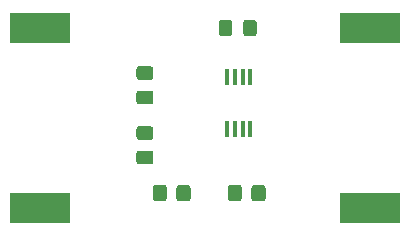
<source format=gbr>
%TF.GenerationSoftware,KiCad,Pcbnew,(5.1.10)-1*%
%TF.CreationDate,2021-10-03T18:06:06-07:00*%
%TF.ProjectId,intro_project,696e7472-6f5f-4707-926f-6a6563742e6b,rev?*%
%TF.SameCoordinates,Original*%
%TF.FileFunction,Paste,Top*%
%TF.FilePolarity,Positive*%
%FSLAX46Y46*%
G04 Gerber Fmt 4.6, Leading zero omitted, Abs format (unit mm)*
G04 Created by KiCad (PCBNEW (5.1.10)-1) date 2021-10-03 18:06:06*
%MOMM*%
%LPD*%
G01*
G04 APERTURE LIST*
%ADD10R,0.450000X1.450000*%
%ADD11R,5.100000X2.500000*%
G04 APERTURE END LIST*
D10*
%TO.C,U1*%
X130160000Y-92370000D03*
X130810000Y-92370000D03*
X131460000Y-92370000D03*
X132110000Y-92370000D03*
X132110000Y-87970000D03*
X131460000Y-87970000D03*
X130810000Y-87970000D03*
X130160000Y-87970000D03*
%TD*%
D11*
%TO.C,BT1*%
X114300000Y-83840000D03*
X114300000Y-99040000D03*
%TD*%
%TO.C,BT2*%
X142240000Y-99020000D03*
X142240000Y-83820000D03*
%TD*%
%TO.C,C1*%
G36*
G01*
X123665000Y-93297500D02*
X122715000Y-93297500D01*
G75*
G02*
X122465000Y-93047500I0J250000D01*
G01*
X122465000Y-92372500D01*
G75*
G02*
X122715000Y-92122500I250000J0D01*
G01*
X123665000Y-92122500D01*
G75*
G02*
X123915000Y-92372500I0J-250000D01*
G01*
X123915000Y-93047500D01*
G75*
G02*
X123665000Y-93297500I-250000J0D01*
G01*
G37*
G36*
G01*
X123665000Y-95372500D02*
X122715000Y-95372500D01*
G75*
G02*
X122465000Y-95122500I0J250000D01*
G01*
X122465000Y-94447500D01*
G75*
G02*
X122715000Y-94197500I250000J0D01*
G01*
X123665000Y-94197500D01*
G75*
G02*
X123915000Y-94447500I0J-250000D01*
G01*
X123915000Y-95122500D01*
G75*
G02*
X123665000Y-95372500I-250000J0D01*
G01*
G37*
%TD*%
%TO.C,C2*%
G36*
G01*
X123665000Y-88217500D02*
X122715000Y-88217500D01*
G75*
G02*
X122465000Y-87967500I0J250000D01*
G01*
X122465000Y-87292500D01*
G75*
G02*
X122715000Y-87042500I250000J0D01*
G01*
X123665000Y-87042500D01*
G75*
G02*
X123915000Y-87292500I0J-250000D01*
G01*
X123915000Y-87967500D01*
G75*
G02*
X123665000Y-88217500I-250000J0D01*
G01*
G37*
G36*
G01*
X123665000Y-90292500D02*
X122715000Y-90292500D01*
G75*
G02*
X122465000Y-90042500I0J250000D01*
G01*
X122465000Y-89367500D01*
G75*
G02*
X122715000Y-89117500I250000J0D01*
G01*
X123665000Y-89117500D01*
G75*
G02*
X123915000Y-89367500I0J-250000D01*
G01*
X123915000Y-90042500D01*
G75*
G02*
X123665000Y-90292500I-250000J0D01*
G01*
G37*
%TD*%
%TO.C,D1*%
G36*
G01*
X129455000Y-84270001D02*
X129455000Y-83369999D01*
G75*
G02*
X129704999Y-83120000I249999J0D01*
G01*
X130355001Y-83120000D01*
G75*
G02*
X130605000Y-83369999I0J-249999D01*
G01*
X130605000Y-84270001D01*
G75*
G02*
X130355001Y-84520000I-249999J0D01*
G01*
X129704999Y-84520000D01*
G75*
G02*
X129455000Y-84270001I0J249999D01*
G01*
G37*
G36*
G01*
X131505000Y-84270001D02*
X131505000Y-83369999D01*
G75*
G02*
X131754999Y-83120000I249999J0D01*
G01*
X132405001Y-83120000D01*
G75*
G02*
X132655000Y-83369999I0J-249999D01*
G01*
X132655000Y-84270001D01*
G75*
G02*
X132405001Y-84520000I-249999J0D01*
G01*
X131754999Y-84520000D01*
G75*
G02*
X131505000Y-84270001I0J249999D01*
G01*
G37*
%TD*%
%TO.C,R1*%
G36*
G01*
X132210000Y-98240001D02*
X132210000Y-97339999D01*
G75*
G02*
X132459999Y-97090000I249999J0D01*
G01*
X133160001Y-97090000D01*
G75*
G02*
X133410000Y-97339999I0J-249999D01*
G01*
X133410000Y-98240001D01*
G75*
G02*
X133160001Y-98490000I-249999J0D01*
G01*
X132459999Y-98490000D01*
G75*
G02*
X132210000Y-98240001I0J249999D01*
G01*
G37*
G36*
G01*
X130210000Y-98240001D02*
X130210000Y-97339999D01*
G75*
G02*
X130459999Y-97090000I249999J0D01*
G01*
X131160001Y-97090000D01*
G75*
G02*
X131410000Y-97339999I0J-249999D01*
G01*
X131410000Y-98240001D01*
G75*
G02*
X131160001Y-98490000I-249999J0D01*
G01*
X130459999Y-98490000D01*
G75*
G02*
X130210000Y-98240001I0J249999D01*
G01*
G37*
%TD*%
%TO.C,R2*%
G36*
G01*
X123860000Y-98240001D02*
X123860000Y-97339999D01*
G75*
G02*
X124109999Y-97090000I249999J0D01*
G01*
X124810001Y-97090000D01*
G75*
G02*
X125060000Y-97339999I0J-249999D01*
G01*
X125060000Y-98240001D01*
G75*
G02*
X124810001Y-98490000I-249999J0D01*
G01*
X124109999Y-98490000D01*
G75*
G02*
X123860000Y-98240001I0J249999D01*
G01*
G37*
G36*
G01*
X125860000Y-98240001D02*
X125860000Y-97339999D01*
G75*
G02*
X126109999Y-97090000I249999J0D01*
G01*
X126810001Y-97090000D01*
G75*
G02*
X127060000Y-97339999I0J-249999D01*
G01*
X127060000Y-98240001D01*
G75*
G02*
X126810001Y-98490000I-249999J0D01*
G01*
X126109999Y-98490000D01*
G75*
G02*
X125860000Y-98240001I0J249999D01*
G01*
G37*
%TD*%
M02*

</source>
